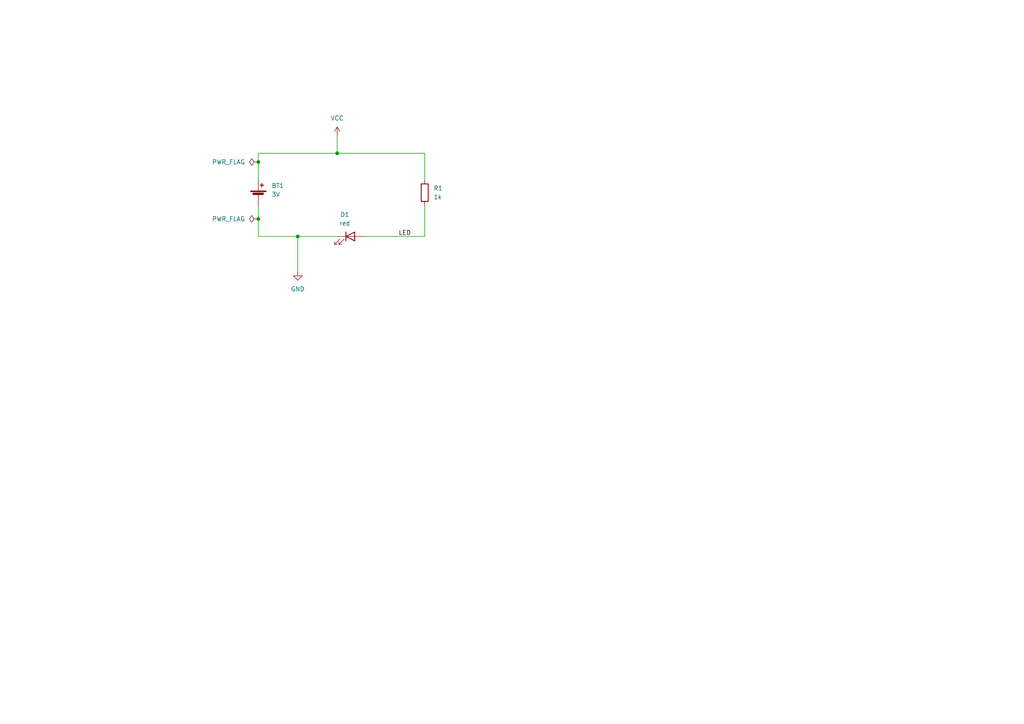
<source format=kicad_sch>
(kicad_sch (version 20211123) (generator eeschema)
  (paper "A4")
  (lib_symbols
    (symbol "Device:Battery_Cell" (pin_numbers hide) (pin_names (offset 0) hide)
      (property "Reference" "BT" (at 2.54 2.54 0))
      (property "Value" "Battery_Cell" (at 2.54 0 0))
      (symbol "Battery_Cell_0_1"
        (rectangle (start -2.286 1.778) (end 2.286 1.524) (fill (type outline)))
        (rectangle (start -1.5748 1.1938) (end 1.4732 0.6858) (fill (type outline)))
        (polyline (pts (xy 0 0.762) (xy 0 0)))
        (polyline (pts (xy 0 1.778) (xy 0 2.54)))
        (polyline (pts (xy 0.508 3.429) (xy 1.524 3.429)) (stroke (width 0.254)))
        (polyline (pts (xy 1.016 3.937) (xy 1.016 2.921)) (stroke (width 0.254)))
      )
      (symbol "Battery_Cell_1_1"
        (pin passive line (at 0 5.08 270) (length 2.54) (name "+") (number "1"))
        (pin passive line (at 0 -2.54 90) (length 2.54) (name "-") (number "2"))
      )
    )
    (symbol "Device:LED" (pin_numbers hide) (pin_names (offset 1.016) hide)
      (property "Reference" "D" (at 0 2.54 0))
      (property "Value" "LED" (at 0 -2.54 0))
      (symbol "LED_0_1"
        (polyline (pts (xy -1.27 -1.27) (xy -1.27 1.27)) (stroke (width 0.254)))
        (polyline (pts (xy -1.27 0) (xy 1.27 0)))
        (polyline (pts (xy 1.27 -1.27) (xy 1.27 1.27) (xy -1.27 0) (xy 1.27 -1.27)) (stroke (width 0.254)))
        (polyline (pts (xy -3.048 -0.762) (xy -4.572 -2.286) (xy -3.81 -2.286) (xy -4.572 -2.286) (xy -4.572 -1.524)))
        (polyline (pts (xy -1.778 -0.762) (xy -3.302 -2.286) (xy -2.54 -2.286) (xy -3.302 -2.286) (xy -3.302 -1.524)))
      )
      (symbol "LED_1_1"
        (pin passive line (at -3.81 0 0) (length 2.54) (name "K") (number "1"))
        (pin passive line (at 3.81 0 180) (length 2.54) (name "A") (number "2"))
      )
    )
    (symbol "Device:R" (pin_numbers hide) (pin_names (offset 0))
      (property "Reference" "R" (at 2.032 0 90))
      (property "Value" "R" (at 0 0 90))
      (symbol "R_0_1"
        (rectangle (start -1.016 -2.54) (end 1.016 2.54) (stroke (width 0.254)))
      )
      (symbol "R_1_1"
        (pin passive line (at 0 3.81 270) (length 1.27) (name "~") (number "1"))
        (pin passive line (at 0 -3.81 90) (length 1.27) (name "~") (number "2"))
      )
    )
    (symbol "power:GND" (power) (pin_names (offset 0))
      (property "Value" "GND" (at 0 -3.81 0))
      (symbol "GND_0_1"
        (polyline (pts (xy 0 0) (xy 0 -1.27) (xy 1.27 -1.27) (xy 0 -2.54) (xy -1.27 -1.27) (xy 0 -1.27)))
      )
      (symbol "GND_1_1"
        (pin power_in line (at 0 0 270) (length 0) hide (name "GND") (number "1"))
      )
    )
    (symbol "power:PWR_FLAG" (power) (pin_numbers hide) (pin_names (offset 0) hide)
      (property "Value" "PWR_FLAG" (at 0 3.81 0))
      (symbol "PWR_FLAG_0_0"
        (pin power_out line (at 0 0 90) (length 0) (name "pwr") (number "1"))
      )
      (symbol "PWR_FLAG_0_1"
        (polyline (pts (xy 0 0) (xy 0 1.27) (xy -1.016 1.905) (xy 0 2.54) (xy 1.016 1.905) (xy 0 1.27)))
      )
    )
    (symbol "power:VCC" (power) (pin_names (offset 0))
      (property "Value" "VCC" (at 0 3.81 0))
      (symbol "VCC_0_1"
        (polyline (pts (xy -0.762 1.27) (xy 0 2.54)))
        (polyline (pts (xy 0 0) (xy 0 2.54)))
        (polyline (pts (xy 0 2.54) (xy 0.762 1.27)))
      )
      (symbol "VCC_1_1"
        (pin power_in line (at 0 0 90) (length 0) hide (name "VCC") (number "1"))
      )
    )
  )
  (junction (at 86.36 68.58))
  (junction (at 74.93 46.99))
  (junction (at 74.93 63.5))
  (junction (at 97.79 44.45))
  (wire (pts (xy 97.79 39.37) (xy 97.79 44.45)))
  (wire (pts (xy 97.79 68.58) (xy 86.36 68.58)))
  (wire (pts (xy 123.19 68.58) (xy 105.41 68.58)))
  (wire (pts (xy 74.93 68.58) (xy 74.93 63.5)))
  (wire (pts (xy 86.36 68.58) (xy 74.93 68.58)))
  (wire (pts (xy 97.79 44.45) (xy 123.19 44.45)))
  (wire (pts (xy 74.93 46.99) (xy 74.93 44.45)))
  (wire (pts (xy 74.93 44.45) (xy 97.79 44.45)))
  (wire (pts (xy 123.19 44.45) (xy 123.19 52.07)))
  (wire (pts (xy 74.93 52.07) (xy 74.93 46.99)))
  (wire (pts (xy 86.36 68.58) (xy 86.36 78.74)))
  (wire (pts (xy 123.19 59.69) (xy 123.19 68.58)))
  (wire (pts (xy 74.93 63.5) (xy 74.93 59.69)))
  (label "LED" (at 115.57 68.58 0))
  (symbol (lib_id "power:PWR_FLAG") (at 74.93 46.99 90) (unit 1)
    (property "Reference" "#FLG0102" (effects hide))
    (property "Value" "PWR_FLAG" (at 71.12 46.9899 90) (effects (justify left)))
  )
  (symbol (lib_id "Device:R") (at 123.19 55.88 0) (unit 1)
    (property "Reference" "R1" (at 125.73 54.6099 0) (effects (justify left)))
    (property "Value" "1k" (at 125.73 57.1499 0) (effects (justify left)))
    (property "Footprint" "Resistor_THT:R_Axial_DIN0309_L9.0mm_D3.2mm_P12.70mm_Horizontal" (effects hide))
  )
  (symbol (lib_id "power:PWR_FLAG") (at 74.93 63.5 90) (unit 1)
    (property "Reference" "#FLG0101" (effects hide))
    (property "Value" "PWR_FLAG" (at 71.12 63.4999 90) (effects (justify left)))
  )
  (symbol (lib_id "power:GND") (at 86.36 78.74 0) (unit 1)
    (property "Reference" "#PWR01" (effects hide))
    (property "Value" "GND" (at 86.36 83.82 0))
  )
  (symbol (lib_id "power:VCC") (at 97.79 39.37 0) (unit 1)
    (property "Reference" "#PWR02" (effects hide))
    (property "Value" "VCC" (at 97.79 34.29 0))
  )
  (symbol (lib_id "Device:Battery_Cell") (at 74.93 57.15 0) (unit 1)
    (property "Reference" "BT1" (at 78.74 53.8479 0) (effects (justify left)))
    (property "Value" "3V" (at 78.74 56.3879 0) (effects (justify left)))
    (property "Footprint" "Battery:Battery_Panasonic_CR1632-V1AN_Vertical_CircularHoles" (effects hide))
  )
  (symbol (lib_id "Device:LED") (at 101.6 68.58 0) (unit 1)
    (property "Reference" "D1" (at 100.0125 62.23 0))
    (property "Value" "red" (at 100.0125 64.77 0))
    (property "Footprint" "LED_THT:LED_D3.0mm" (effects hide))
  )
)
</source>
